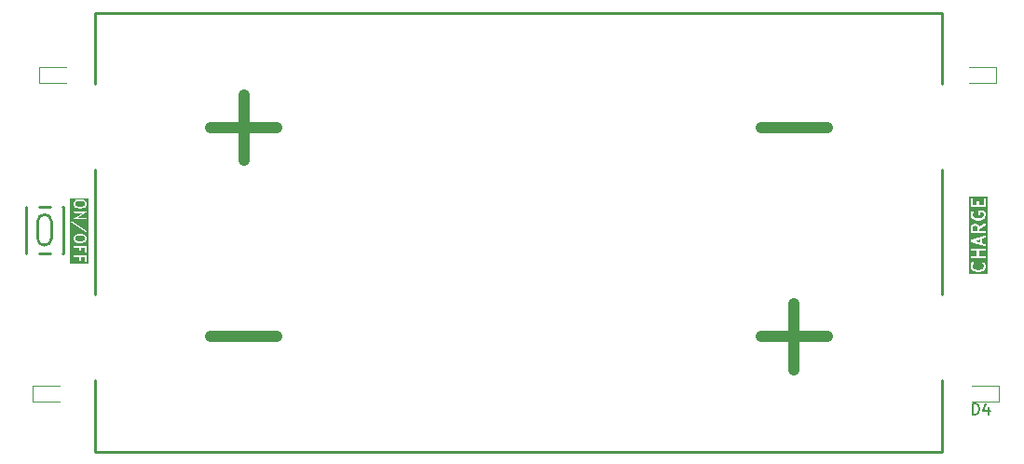
<source format=gbr>
%TF.GenerationSoftware,KiCad,Pcbnew,8.0.2*%
%TF.CreationDate,2024-05-19T19:20:35+08:00*%
%TF.ProjectId,bat_rf,6261745f-7266-42e6-9b69-6361645f7063,rev?*%
%TF.SameCoordinates,Original*%
%TF.FileFunction,Legend,Top*%
%TF.FilePolarity,Positive*%
%FSLAX46Y46*%
G04 Gerber Fmt 4.6, Leading zero omitted, Abs format (unit mm)*
G04 Created by KiCad (PCBNEW 8.0.2) date 2024-05-19 19:20:35*
%MOMM*%
%LPD*%
G01*
G04 APERTURE LIST*
%ADD10C,0.200000*%
%ADD11C,0.150000*%
%ADD12C,0.254000*%
%ADD13C,1.000000*%
%ADD14C,0.120000*%
G04 APERTURE END LIST*
D10*
G36*
X151401295Y-90245221D02*
G01*
X150955978Y-90097521D01*
X151400331Y-89948665D01*
X151401295Y-90245221D01*
G37*
G36*
X151095315Y-88747792D02*
G01*
X151130696Y-88781844D01*
X151171397Y-88860659D01*
X151171998Y-89009698D01*
X151171337Y-89013447D01*
X151172026Y-89016557D01*
X151172757Y-89198048D01*
X150742345Y-89198726D01*
X150741006Y-88866338D01*
X150779255Y-88787277D01*
X150813308Y-88751895D01*
X150892370Y-88711067D01*
X151016816Y-88709815D01*
X151095315Y-88747792D01*
G37*
G36*
X152076075Y-93073183D02*
G01*
X150409409Y-93073183D01*
X150409409Y-92325564D01*
X150542742Y-92325564D01*
X150544388Y-92440235D01*
X150543527Y-92452357D01*
X150544632Y-92457217D01*
X150544663Y-92459359D01*
X150545674Y-92461801D01*
X150547874Y-92471473D01*
X150601806Y-92628243D01*
X150601807Y-92630789D01*
X150606976Y-92643269D01*
X150613008Y-92660802D01*
X150615362Y-92663517D01*
X150616738Y-92666837D01*
X150629175Y-92681990D01*
X150744315Y-92794712D01*
X150752859Y-92804564D01*
X150757113Y-92807241D01*
X150758614Y-92808711D01*
X150761051Y-92809720D01*
X150769450Y-92815007D01*
X150878523Y-92867776D01*
X150885743Y-92873126D01*
X150900413Y-92878367D01*
X150902044Y-92879156D01*
X150902764Y-92879207D01*
X150904203Y-92879721D01*
X151127403Y-92933738D01*
X151137519Y-92937929D01*
X151149654Y-92939123D01*
X151152167Y-92939732D01*
X151153625Y-92939514D01*
X151157028Y-92939850D01*
X151322896Y-92938181D01*
X151333318Y-92939732D01*
X151345330Y-92937955D01*
X151347966Y-92937929D01*
X151349329Y-92937364D01*
X151352711Y-92936864D01*
X151573685Y-92879849D01*
X151583441Y-92879156D01*
X151598071Y-92873557D01*
X151599743Y-92873126D01*
X151600324Y-92872695D01*
X151601749Y-92872150D01*
X151715364Y-92813477D01*
X151726871Y-92808712D01*
X151730735Y-92805540D01*
X151732626Y-92804564D01*
X151734357Y-92802567D01*
X151742024Y-92796275D01*
X151844729Y-92691369D01*
X151846912Y-92690278D01*
X151855563Y-92680302D01*
X151868747Y-92666837D01*
X151870122Y-92663517D01*
X151872477Y-92660802D01*
X151880468Y-92642901D01*
X151935735Y-92471635D01*
X151940821Y-92459359D01*
X151941314Y-92454348D01*
X151941957Y-92452357D01*
X151941769Y-92449723D01*
X151942742Y-92439850D01*
X151941095Y-92325178D01*
X151941957Y-92313057D01*
X151940851Y-92308195D01*
X151940821Y-92306055D01*
X151939810Y-92303614D01*
X151937611Y-92293942D01*
X151883678Y-92137171D01*
X151883678Y-92134627D01*
X151878510Y-92122149D01*
X151872477Y-92104613D01*
X151870121Y-92101897D01*
X151868747Y-92098578D01*
X151856310Y-92083425D01*
X151784014Y-92013846D01*
X151747966Y-91998914D01*
X151708948Y-91998914D01*
X151672900Y-92013846D01*
X151645310Y-92041436D01*
X151630378Y-92077484D01*
X151630378Y-92116502D01*
X151645310Y-92152550D01*
X151657746Y-92167704D01*
X151697773Y-92206227D01*
X151742912Y-92337436D01*
X151744096Y-92419931D01*
X151700387Y-92555381D01*
X151615971Y-92641606D01*
X151528426Y-92686814D01*
X151322650Y-92739908D01*
X151175310Y-92741390D01*
X150969903Y-92691679D01*
X150876183Y-92646337D01*
X150787989Y-92559994D01*
X150742571Y-92427976D01*
X150741387Y-92345482D01*
X150785221Y-92209650D01*
X150840175Y-92152551D01*
X150855106Y-92116502D01*
X150855106Y-92077484D01*
X150840175Y-92041436D01*
X150812585Y-92013846D01*
X150776537Y-91998915D01*
X150737519Y-91998915D01*
X150701470Y-92013846D01*
X150686317Y-92026283D01*
X150639971Y-92074438D01*
X150638574Y-92075137D01*
X150631959Y-92082763D01*
X150616738Y-92098579D01*
X150615363Y-92101897D01*
X150613008Y-92104613D01*
X150605017Y-92122513D01*
X150549747Y-92293780D01*
X150544663Y-92306055D01*
X150544169Y-92311064D01*
X150543527Y-92313056D01*
X150543714Y-92315690D01*
X150542742Y-92325564D01*
X150409409Y-92325564D01*
X150409409Y-90877484D01*
X150544663Y-90877484D01*
X150544663Y-90916502D01*
X150559595Y-90952550D01*
X150587185Y-90980140D01*
X150623233Y-90995072D01*
X150642742Y-90996993D01*
X151114441Y-90996249D01*
X151115769Y-91483852D01*
X150623233Y-91484628D01*
X150587185Y-91499560D01*
X150559595Y-91527150D01*
X150544663Y-91563198D01*
X150544663Y-91602216D01*
X150559595Y-91638264D01*
X150587185Y-91665854D01*
X150623233Y-91680786D01*
X150642742Y-91682707D01*
X151862251Y-91680786D01*
X151898299Y-91665854D01*
X151925889Y-91638264D01*
X151940821Y-91602216D01*
X151940821Y-91563198D01*
X151925889Y-91527150D01*
X151898299Y-91499560D01*
X151862251Y-91484628D01*
X151842742Y-91482707D01*
X151313900Y-91483540D01*
X151312572Y-90995937D01*
X151862251Y-90995072D01*
X151898299Y-90980140D01*
X151925889Y-90952550D01*
X151940821Y-90916502D01*
X151940821Y-90877484D01*
X151925889Y-90841436D01*
X151898299Y-90813846D01*
X151862251Y-90798914D01*
X151842742Y-90796993D01*
X150623233Y-90798914D01*
X150587185Y-90813846D01*
X150559595Y-90841436D01*
X150544663Y-90877484D01*
X150409409Y-90877484D01*
X150409409Y-90084486D01*
X150543527Y-90084486D01*
X150544415Y-90096993D01*
X150543527Y-90109500D01*
X150545786Y-90116278D01*
X150546293Y-90123406D01*
X150551899Y-90134618D01*
X150555865Y-90146516D01*
X150560548Y-90151915D01*
X150563743Y-90158305D01*
X150573214Y-90166520D01*
X150581430Y-90175992D01*
X150587819Y-90179186D01*
X150593219Y-90183870D01*
X150611119Y-90191861D01*
X151472910Y-90477693D01*
X151480376Y-90480786D01*
X151482234Y-90480786D01*
X151830234Y-90596208D01*
X151869155Y-90593442D01*
X151904053Y-90575992D01*
X151929619Y-90546516D01*
X151941957Y-90509500D01*
X151939191Y-90470580D01*
X151921741Y-90435681D01*
X151892265Y-90410116D01*
X151874365Y-90402125D01*
X151599651Y-90311010D01*
X151598258Y-89882360D01*
X151892265Y-89783870D01*
X151921741Y-89758305D01*
X151939191Y-89723406D01*
X151941957Y-89684486D01*
X151929619Y-89647470D01*
X151904053Y-89617994D01*
X151869155Y-89600544D01*
X151830234Y-89597778D01*
X151811119Y-89602125D01*
X150623263Y-90000051D01*
X150616329Y-90000544D01*
X150605237Y-90006089D01*
X150593219Y-90010116D01*
X150587819Y-90014799D01*
X150581430Y-90017994D01*
X150573214Y-90027465D01*
X150563743Y-90035681D01*
X150560548Y-90042070D01*
X150555865Y-90047470D01*
X150551899Y-90059367D01*
X150546293Y-90070580D01*
X150545786Y-90077707D01*
X150543527Y-90084486D01*
X150409409Y-90084486D01*
X150409409Y-88839850D01*
X150542742Y-88839850D01*
X150544663Y-89316502D01*
X150559595Y-89352550D01*
X150587185Y-89380140D01*
X150623233Y-89395072D01*
X150642742Y-89396993D01*
X151862251Y-89395072D01*
X151898299Y-89380140D01*
X151925889Y-89352550D01*
X151940821Y-89316502D01*
X151940821Y-89277484D01*
X151925889Y-89241436D01*
X151898299Y-89213846D01*
X151862251Y-89198914D01*
X151842742Y-89196993D01*
X151370913Y-89197736D01*
X151370374Y-89063835D01*
X151914969Y-88680441D01*
X151935938Y-88647536D01*
X151942719Y-88609111D01*
X151934279Y-88571017D01*
X151911904Y-88539052D01*
X151878999Y-88518083D01*
X151840574Y-88511302D01*
X151802480Y-88519742D01*
X151785396Y-88529356D01*
X151369400Y-88822216D01*
X151369393Y-88820341D01*
X151368017Y-88817020D01*
X151367763Y-88813437D01*
X151360757Y-88795129D01*
X151302080Y-88681506D01*
X151297318Y-88670007D01*
X151294147Y-88666144D01*
X151293171Y-88664253D01*
X151291173Y-88662520D01*
X151284881Y-88654854D01*
X151225639Y-88597839D01*
X151218340Y-88589422D01*
X151214159Y-88586790D01*
X151212585Y-88585275D01*
X151210148Y-88584265D01*
X151201750Y-88578979D01*
X151099844Y-88529677D01*
X151098299Y-88528132D01*
X151086832Y-88523382D01*
X151069155Y-88514830D01*
X151065571Y-88514575D01*
X151062251Y-88513200D01*
X151042742Y-88511279D01*
X150886191Y-88512854D01*
X150883822Y-88512064D01*
X150870481Y-88513012D01*
X150851805Y-88513200D01*
X150848484Y-88514575D01*
X150844901Y-88514830D01*
X150826593Y-88521836D01*
X150712970Y-88580511D01*
X150701470Y-88585275D01*
X150697607Y-88588445D01*
X150695716Y-88589422D01*
X150693983Y-88591419D01*
X150686317Y-88597712D01*
X150629303Y-88656951D01*
X150620885Y-88664253D01*
X150618254Y-88668432D01*
X150616738Y-88670008D01*
X150615727Y-88672446D01*
X150610443Y-88680843D01*
X150561141Y-88782746D01*
X150559595Y-88784293D01*
X150554843Y-88795762D01*
X150546293Y-88813437D01*
X150546038Y-88817020D01*
X150544663Y-88820341D01*
X150542742Y-88839850D01*
X150409409Y-88839850D01*
X150409409Y-87582708D01*
X150542742Y-87582708D01*
X150544460Y-87753509D01*
X150543527Y-87766643D01*
X150544641Y-87771545D01*
X150544663Y-87773645D01*
X150545674Y-87776087D01*
X150547874Y-87785759D01*
X150601806Y-87942529D01*
X150601807Y-87945075D01*
X150606976Y-87957555D01*
X150613008Y-87975088D01*
X150615362Y-87977803D01*
X150616738Y-87981123D01*
X150629175Y-87996276D01*
X150744315Y-88108998D01*
X150752859Y-88118850D01*
X150757113Y-88121527D01*
X150758614Y-88122997D01*
X150761051Y-88124006D01*
X150769450Y-88129293D01*
X150878523Y-88182062D01*
X150885743Y-88187412D01*
X150900413Y-88192653D01*
X150902044Y-88193442D01*
X150902764Y-88193493D01*
X150904203Y-88194007D01*
X151127403Y-88248024D01*
X151137519Y-88252215D01*
X151149654Y-88253409D01*
X151152167Y-88254018D01*
X151153625Y-88253800D01*
X151157028Y-88254136D01*
X151322896Y-88252467D01*
X151333318Y-88254018D01*
X151345330Y-88252241D01*
X151347966Y-88252215D01*
X151349329Y-88251650D01*
X151352711Y-88251150D01*
X151573685Y-88194135D01*
X151583441Y-88193442D01*
X151598071Y-88187843D01*
X151599743Y-88187412D01*
X151600324Y-88186981D01*
X151601749Y-88186436D01*
X151715364Y-88127763D01*
X151726871Y-88122998D01*
X151730735Y-88119826D01*
X151732626Y-88118850D01*
X151734357Y-88116853D01*
X151742024Y-88110561D01*
X151844729Y-88005655D01*
X151846912Y-88004564D01*
X151855563Y-87994588D01*
X151868747Y-87981123D01*
X151870122Y-87977803D01*
X151872477Y-87975088D01*
X151880468Y-87957187D01*
X151935735Y-87785921D01*
X151940821Y-87773645D01*
X151941314Y-87768634D01*
X151941957Y-87766643D01*
X151941769Y-87764009D01*
X151942742Y-87754136D01*
X151941095Y-87639464D01*
X151941957Y-87627343D01*
X151940851Y-87622481D01*
X151940821Y-87620341D01*
X151939810Y-87617900D01*
X151937611Y-87608228D01*
X151883678Y-87451457D01*
X151883678Y-87448913D01*
X151878510Y-87436435D01*
X151872477Y-87418899D01*
X151870121Y-87416183D01*
X151868747Y-87412864D01*
X151856310Y-87397711D01*
X151784014Y-87328132D01*
X151747966Y-87313200D01*
X151728457Y-87311279D01*
X151308948Y-87313200D01*
X151272900Y-87328132D01*
X151245310Y-87355722D01*
X151230378Y-87391770D01*
X151228457Y-87411279D01*
X151230378Y-87659359D01*
X151245310Y-87695407D01*
X151272900Y-87722997D01*
X151308948Y-87737929D01*
X151347966Y-87737929D01*
X151384014Y-87722997D01*
X151411604Y-87695407D01*
X151426536Y-87659359D01*
X151428457Y-87639850D01*
X151427457Y-87510825D01*
X151686475Y-87509639D01*
X151697773Y-87520513D01*
X151742912Y-87651722D01*
X151744096Y-87734217D01*
X151700387Y-87869667D01*
X151615971Y-87955892D01*
X151528426Y-88001100D01*
X151322650Y-88054194D01*
X151175310Y-88055676D01*
X150969903Y-88005965D01*
X150876183Y-87960623D01*
X150787989Y-87874280D01*
X150742624Y-87742415D01*
X150741278Y-87608633D01*
X150796334Y-87494835D01*
X150799100Y-87455914D01*
X150786761Y-87418899D01*
X150761197Y-87389422D01*
X150726298Y-87371972D01*
X150687378Y-87369207D01*
X150650362Y-87381546D01*
X150620885Y-87407110D01*
X150610442Y-87423700D01*
X150561140Y-87525605D01*
X150559595Y-87527151D01*
X150554845Y-87538617D01*
X150546293Y-87556295D01*
X150546038Y-87559878D01*
X150544663Y-87563199D01*
X150542742Y-87582708D01*
X150409409Y-87582708D01*
X150409409Y-86325565D01*
X150542742Y-86325565D01*
X150544663Y-86916502D01*
X150559595Y-86952550D01*
X150587185Y-86980140D01*
X150623233Y-86995072D01*
X150642742Y-86996993D01*
X151862251Y-86995072D01*
X151898299Y-86980140D01*
X151925889Y-86952550D01*
X151940821Y-86916502D01*
X151942742Y-86896993D01*
X151940821Y-86306056D01*
X151925889Y-86270008D01*
X151898299Y-86242418D01*
X151862251Y-86227486D01*
X151823233Y-86227486D01*
X151787185Y-86242418D01*
X151759595Y-86270008D01*
X151744663Y-86306056D01*
X151742742Y-86325565D01*
X151744275Y-86797148D01*
X151313716Y-86797826D01*
X151312250Y-86477484D01*
X151297318Y-86441436D01*
X151269728Y-86413846D01*
X151233680Y-86398914D01*
X151194662Y-86398914D01*
X151158614Y-86413846D01*
X151131024Y-86441436D01*
X151116092Y-86477484D01*
X151114171Y-86496993D01*
X151115549Y-86798138D01*
X150742422Y-86798726D01*
X150740821Y-86306056D01*
X150725889Y-86270008D01*
X150698299Y-86242418D01*
X150662251Y-86227486D01*
X150623233Y-86227486D01*
X150587185Y-86242418D01*
X150559595Y-86270008D01*
X150544663Y-86306056D01*
X150542742Y-86325565D01*
X150409409Y-86325565D01*
X150409409Y-86094153D01*
X152076075Y-86094153D01*
X152076075Y-93073183D01*
G37*
D11*
G36*
X69947687Y-89645810D02*
G01*
X70019528Y-89716278D01*
X70055289Y-89785723D01*
X70056379Y-89940892D01*
X70023228Y-90009215D01*
X69950847Y-90083007D01*
X69792675Y-90123700D01*
X69477921Y-90125003D01*
X69312673Y-90084889D01*
X69240833Y-90014422D01*
X69205070Y-89944976D01*
X69203980Y-89789808D01*
X69237132Y-89721484D01*
X69309514Y-89647692D01*
X69467685Y-89606999D01*
X69782439Y-89605696D01*
X69947687Y-89645810D01*
G37*
G36*
X69947687Y-86502953D02*
G01*
X70019528Y-86573421D01*
X70055289Y-86642866D01*
X70056379Y-86798035D01*
X70023228Y-86866358D01*
X69950847Y-86940150D01*
X69792675Y-86980843D01*
X69477921Y-86982146D01*
X69312673Y-86942032D01*
X69240833Y-86871565D01*
X69205070Y-86802119D01*
X69203980Y-86646951D01*
X69237132Y-86578627D01*
X69309514Y-86504835D01*
X69467685Y-86464142D01*
X69782439Y-86462839D01*
X69947687Y-86502953D01*
G37*
G36*
X70363911Y-92145258D02*
G01*
X68705974Y-92145258D01*
X68705974Y-91469766D01*
X69056621Y-91469766D01*
X69056621Y-91499030D01*
X69067820Y-91526066D01*
X69088512Y-91546758D01*
X69115548Y-91557957D01*
X69130180Y-91559398D01*
X69579297Y-91558760D01*
X69580431Y-91832363D01*
X69591630Y-91859399D01*
X69612322Y-91880091D01*
X69639358Y-91891290D01*
X69668622Y-91891290D01*
X69695658Y-91880091D01*
X69716350Y-91859399D01*
X69727549Y-91832363D01*
X69728990Y-91817731D01*
X69727916Y-91558549D01*
X70055396Y-91558083D01*
X70056621Y-91975220D01*
X70067820Y-92002256D01*
X70088512Y-92022948D01*
X70115548Y-92034147D01*
X70144812Y-92034147D01*
X70171848Y-92022948D01*
X70192540Y-92002256D01*
X70203739Y-91975220D01*
X70205180Y-91960588D01*
X70203739Y-91469766D01*
X70192540Y-91442730D01*
X70171848Y-91422038D01*
X70144812Y-91410839D01*
X70130180Y-91409398D01*
X69115548Y-91410839D01*
X69088512Y-91422038D01*
X69067820Y-91442730D01*
X69056621Y-91469766D01*
X68705974Y-91469766D01*
X68705974Y-90612623D01*
X69056621Y-90612623D01*
X69056621Y-90641887D01*
X69067820Y-90668923D01*
X69088512Y-90689615D01*
X69115548Y-90700814D01*
X69130180Y-90702255D01*
X69579297Y-90701617D01*
X69580431Y-90975220D01*
X69591630Y-91002256D01*
X69612322Y-91022948D01*
X69639358Y-91034147D01*
X69668622Y-91034147D01*
X69695658Y-91022948D01*
X69716350Y-91002256D01*
X69727549Y-90975220D01*
X69728990Y-90960588D01*
X69727916Y-90701406D01*
X70055396Y-90700940D01*
X70056621Y-91118077D01*
X70067820Y-91145113D01*
X70088512Y-91165805D01*
X70115548Y-91177004D01*
X70144812Y-91177004D01*
X70171848Y-91165805D01*
X70192540Y-91145113D01*
X70203739Y-91118077D01*
X70205180Y-91103445D01*
X70203739Y-90612623D01*
X70192540Y-90585587D01*
X70171848Y-90564895D01*
X70144812Y-90553696D01*
X70130180Y-90552255D01*
X69115548Y-90553696D01*
X69088512Y-90564895D01*
X69067820Y-90585587D01*
X69056621Y-90612623D01*
X68705974Y-90612623D01*
X68705974Y-89770112D01*
X69055180Y-89770112D01*
X69056438Y-89949200D01*
X69055769Y-89951208D01*
X69056527Y-89961880D01*
X69056621Y-89975220D01*
X69057651Y-89977708D01*
X69057843Y-89980398D01*
X69063098Y-89994130D01*
X69111790Y-90088682D01*
X69115440Y-90097494D01*
X69117823Y-90100398D01*
X69118551Y-90101811D01*
X69120049Y-90103110D01*
X69124767Y-90108859D01*
X69215090Y-90197456D01*
X69217490Y-90201456D01*
X69224350Y-90206539D01*
X69231370Y-90213425D01*
X69236523Y-90215559D01*
X69241002Y-90218878D01*
X69254848Y-90223825D01*
X69441213Y-90269065D01*
X69448882Y-90272242D01*
X69457996Y-90273139D01*
X69459868Y-90273594D01*
X69460960Y-90273431D01*
X69463514Y-90273683D01*
X69791950Y-90272322D01*
X69800493Y-90273594D01*
X69809585Y-90272249D01*
X69811479Y-90272242D01*
X69812500Y-90271819D01*
X69815037Y-90271444D01*
X69997028Y-90224623D01*
X70001954Y-90224623D01*
X70010028Y-90221278D01*
X70019359Y-90218878D01*
X70023840Y-90215557D01*
X70028991Y-90213424D01*
X70040356Y-90204097D01*
X70134293Y-90108329D01*
X70141811Y-90101810D01*
X70143821Y-90098616D01*
X70144922Y-90097494D01*
X70145680Y-90095661D01*
X70149643Y-90089367D01*
X70191318Y-90003477D01*
X70192540Y-90002256D01*
X70196209Y-89993396D01*
X70202517Y-89980398D01*
X70202708Y-89977708D01*
X70203739Y-89975220D01*
X70205180Y-89960588D01*
X70203921Y-89781499D01*
X70204591Y-89779492D01*
X70203832Y-89768819D01*
X70203739Y-89755480D01*
X70202708Y-89752991D01*
X70202517Y-89750302D01*
X70197262Y-89736571D01*
X70148573Y-89642021D01*
X70144922Y-89633206D01*
X70142537Y-89630300D01*
X70141811Y-89628890D01*
X70140314Y-89627591D01*
X70135594Y-89621841D01*
X70045272Y-89533245D01*
X70042871Y-89529244D01*
X70036007Y-89524157D01*
X70028991Y-89517276D01*
X70023840Y-89515142D01*
X70019359Y-89511822D01*
X70005513Y-89506875D01*
X69819147Y-89461634D01*
X69811479Y-89458458D01*
X69802364Y-89457560D01*
X69800493Y-89457106D01*
X69799400Y-89457268D01*
X69796847Y-89457017D01*
X69468410Y-89458377D01*
X69459868Y-89457106D01*
X69450775Y-89458450D01*
X69448882Y-89458458D01*
X69447860Y-89458880D01*
X69445324Y-89459256D01*
X69263333Y-89506077D01*
X69258407Y-89506077D01*
X69250330Y-89509422D01*
X69241002Y-89511822D01*
X69236523Y-89515140D01*
X69231370Y-89517275D01*
X69220005Y-89526603D01*
X69126074Y-89622364D01*
X69118551Y-89628889D01*
X69116538Y-89632086D01*
X69115440Y-89633206D01*
X69114683Y-89635033D01*
X69110718Y-89641332D01*
X69069041Y-89727222D01*
X69067820Y-89728444D01*
X69064149Y-89737303D01*
X69057843Y-89750302D01*
X69057651Y-89752991D01*
X69056621Y-89755480D01*
X69055180Y-89770112D01*
X68705974Y-89770112D01*
X68705974Y-88389239D01*
X68817085Y-88389239D01*
X68822824Y-88417933D01*
X68839107Y-88442248D01*
X68850483Y-88451564D01*
X70149171Y-89315623D01*
X70177879Y-89321302D01*
X70206573Y-89315563D01*
X70230888Y-89299280D01*
X70247121Y-89274930D01*
X70252800Y-89246223D01*
X70247061Y-89217528D01*
X70230777Y-89193213D01*
X70219402Y-89183898D01*
X68920714Y-88319839D01*
X68892006Y-88314160D01*
X68863312Y-88319899D01*
X68838997Y-88336182D01*
X68822764Y-88360531D01*
X68817085Y-88389239D01*
X68705974Y-88389239D01*
X68705974Y-88050587D01*
X69055363Y-88050587D01*
X69056621Y-88060483D01*
X69056621Y-88070458D01*
X69058450Y-88074873D01*
X69059053Y-88079617D01*
X69064003Y-88088281D01*
X69067820Y-88097494D01*
X69071198Y-88100872D01*
X69073572Y-88105026D01*
X69081461Y-88111135D01*
X69088512Y-88118186D01*
X69092928Y-88120015D01*
X69096709Y-88122943D01*
X69106332Y-88125567D01*
X69115548Y-88129385D01*
X69123030Y-88130121D01*
X69124941Y-88130643D01*
X69126416Y-88130455D01*
X69130180Y-88130826D01*
X70144812Y-88129385D01*
X70171848Y-88118186D01*
X70192540Y-88097494D01*
X70203739Y-88070458D01*
X70203739Y-88041194D01*
X70192540Y-88014158D01*
X70171848Y-87993466D01*
X70144812Y-87982267D01*
X70130180Y-87980826D01*
X69410110Y-87981848D01*
X70162809Y-87550501D01*
X70171848Y-87546758D01*
X70175210Y-87543395D01*
X70179380Y-87541006D01*
X70185488Y-87533117D01*
X70192540Y-87526066D01*
X70194370Y-87521647D01*
X70197297Y-87517868D01*
X70199921Y-87508246D01*
X70203739Y-87499030D01*
X70203739Y-87494249D01*
X70204997Y-87489637D01*
X70203739Y-87479740D01*
X70203739Y-87469766D01*
X70201909Y-87465350D01*
X70201307Y-87460607D01*
X70196356Y-87451942D01*
X70192540Y-87442730D01*
X70189161Y-87439351D01*
X70186788Y-87435198D01*
X70178898Y-87429088D01*
X70171848Y-87422038D01*
X70167431Y-87420208D01*
X70163651Y-87417281D01*
X70154027Y-87414656D01*
X70144812Y-87410839D01*
X70137329Y-87410102D01*
X70135419Y-87409581D01*
X70133943Y-87409768D01*
X70130180Y-87409398D01*
X69115548Y-87410839D01*
X69088512Y-87422038D01*
X69067820Y-87442730D01*
X69056621Y-87469766D01*
X69056621Y-87499030D01*
X69067820Y-87526066D01*
X69088512Y-87546758D01*
X69115548Y-87557957D01*
X69130180Y-87559398D01*
X69850249Y-87558375D01*
X69097550Y-87989722D01*
X69088512Y-87993466D01*
X69085149Y-87996828D01*
X69080980Y-87999218D01*
X69074870Y-88007107D01*
X69067820Y-88014158D01*
X69065990Y-88018574D01*
X69063063Y-88022355D01*
X69060438Y-88031978D01*
X69056621Y-88041194D01*
X69056621Y-88045974D01*
X69055363Y-88050587D01*
X68705974Y-88050587D01*
X68705974Y-86627255D01*
X69055180Y-86627255D01*
X69056438Y-86806343D01*
X69055769Y-86808351D01*
X69056527Y-86819023D01*
X69056621Y-86832363D01*
X69057651Y-86834851D01*
X69057843Y-86837541D01*
X69063098Y-86851273D01*
X69111790Y-86945825D01*
X69115440Y-86954637D01*
X69117823Y-86957541D01*
X69118551Y-86958954D01*
X69120049Y-86960253D01*
X69124767Y-86966002D01*
X69215090Y-87054599D01*
X69217490Y-87058599D01*
X69224350Y-87063682D01*
X69231370Y-87070568D01*
X69236523Y-87072702D01*
X69241002Y-87076021D01*
X69254848Y-87080968D01*
X69441213Y-87126208D01*
X69448882Y-87129385D01*
X69457996Y-87130282D01*
X69459868Y-87130737D01*
X69460960Y-87130574D01*
X69463514Y-87130826D01*
X69791950Y-87129465D01*
X69800493Y-87130737D01*
X69809585Y-87129392D01*
X69811479Y-87129385D01*
X69812500Y-87128962D01*
X69815037Y-87128587D01*
X69997028Y-87081766D01*
X70001954Y-87081766D01*
X70010028Y-87078421D01*
X70019359Y-87076021D01*
X70023840Y-87072700D01*
X70028991Y-87070567D01*
X70040356Y-87061240D01*
X70134293Y-86965472D01*
X70141811Y-86958953D01*
X70143821Y-86955759D01*
X70144922Y-86954637D01*
X70145680Y-86952804D01*
X70149643Y-86946510D01*
X70191318Y-86860620D01*
X70192540Y-86859399D01*
X70196209Y-86850539D01*
X70202517Y-86837541D01*
X70202708Y-86834851D01*
X70203739Y-86832363D01*
X70205180Y-86817731D01*
X70203921Y-86638642D01*
X70204591Y-86636635D01*
X70203832Y-86625962D01*
X70203739Y-86612623D01*
X70202708Y-86610134D01*
X70202517Y-86607445D01*
X70197262Y-86593714D01*
X70148573Y-86499164D01*
X70144922Y-86490349D01*
X70142537Y-86487443D01*
X70141811Y-86486033D01*
X70140314Y-86484734D01*
X70135594Y-86478984D01*
X70045272Y-86390388D01*
X70042871Y-86386387D01*
X70036007Y-86381300D01*
X70028991Y-86374419D01*
X70023840Y-86372285D01*
X70019359Y-86368965D01*
X70005513Y-86364018D01*
X69819147Y-86318777D01*
X69811479Y-86315601D01*
X69802364Y-86314703D01*
X69800493Y-86314249D01*
X69799400Y-86314411D01*
X69796847Y-86314160D01*
X69468410Y-86315520D01*
X69459868Y-86314249D01*
X69450775Y-86315593D01*
X69448882Y-86315601D01*
X69447860Y-86316023D01*
X69445324Y-86316399D01*
X69263333Y-86363220D01*
X69258407Y-86363220D01*
X69250330Y-86366565D01*
X69241002Y-86368965D01*
X69236523Y-86372283D01*
X69231370Y-86374418D01*
X69220005Y-86383746D01*
X69126074Y-86479507D01*
X69118551Y-86486032D01*
X69116538Y-86489229D01*
X69115440Y-86490349D01*
X69114683Y-86492176D01*
X69110718Y-86498475D01*
X69069041Y-86584365D01*
X69067820Y-86585587D01*
X69064149Y-86594446D01*
X69057843Y-86607445D01*
X69057651Y-86610134D01*
X69056621Y-86612623D01*
X69055180Y-86627255D01*
X68705974Y-86627255D01*
X68705974Y-86203049D01*
X70363911Y-86203049D01*
X70363911Y-92145258D01*
G37*
X150761905Y-105884819D02*
X150761905Y-104884819D01*
X150761905Y-104884819D02*
X151000000Y-104884819D01*
X151000000Y-104884819D02*
X151142857Y-104932438D01*
X151142857Y-104932438D02*
X151238095Y-105027676D01*
X151238095Y-105027676D02*
X151285714Y-105122914D01*
X151285714Y-105122914D02*
X151333333Y-105313390D01*
X151333333Y-105313390D02*
X151333333Y-105456247D01*
X151333333Y-105456247D02*
X151285714Y-105646723D01*
X151285714Y-105646723D02*
X151238095Y-105741961D01*
X151238095Y-105741961D02*
X151142857Y-105837200D01*
X151142857Y-105837200D02*
X151000000Y-105884819D01*
X151000000Y-105884819D02*
X150761905Y-105884819D01*
X152190476Y-105218152D02*
X152190476Y-105884819D01*
X151952381Y-104837200D02*
X151714286Y-105551485D01*
X151714286Y-105551485D02*
X152333333Y-105551485D01*
D12*
%TO.C,BT1*%
X71019000Y-69361000D02*
X147981000Y-69361000D01*
X71019000Y-75844000D02*
X71019000Y-69361000D01*
X71019000Y-94944000D02*
X71019000Y-83656000D01*
X71019000Y-109239000D02*
X71019000Y-102756000D01*
D13*
X81500000Y-79800000D02*
X87500000Y-79800000D01*
X81500000Y-98800000D02*
X87500000Y-98800000D01*
X84500000Y-76800000D02*
X84500000Y-82800000D01*
X131500000Y-79800000D02*
X137500000Y-79800000D01*
X131500000Y-98800000D02*
X137500000Y-98800000D01*
X134500000Y-95800000D02*
X134500000Y-101800000D01*
D12*
X147981000Y-69361000D02*
X147981000Y-75844000D01*
X147981000Y-83656000D02*
X147981000Y-94944000D01*
X147981000Y-102756000D02*
X147981000Y-109239000D01*
X147981000Y-109239000D02*
X71019000Y-109239000D01*
D14*
%TO.C,D13*%
X65940000Y-74265000D02*
X65940000Y-75735000D01*
X65940000Y-75735000D02*
X68400000Y-75735000D01*
X68400000Y-74265000D02*
X65940000Y-74265000D01*
%TO.C,D4*%
X150700000Y-104735000D02*
X153160000Y-104735000D01*
X153160000Y-103265000D02*
X150700000Y-103265000D01*
X153160000Y-104735000D02*
X153160000Y-103265000D01*
D12*
%TO.C,SW2*%
X64700000Y-87000000D02*
X64700000Y-91200000D01*
X64769000Y-87000000D02*
X64700000Y-87000000D01*
X64769000Y-91200000D02*
X64700000Y-91200000D01*
X65765000Y-88338000D02*
X65765000Y-89862000D01*
X66919000Y-87000000D02*
X65881000Y-87000000D01*
X66919000Y-91200000D02*
X65881000Y-91200000D01*
X67035000Y-88338000D02*
X67035000Y-89862000D01*
X68100000Y-87000000D02*
X68031000Y-87000000D01*
X68100000Y-87000000D02*
X68100000Y-91200000D01*
X68100000Y-91200000D02*
X68031000Y-91200000D01*
X65764000Y-88337000D02*
G75*
G02*
X67036000Y-88337000I636000J0D01*
G01*
X67034000Y-89860932D02*
G75*
G02*
X65766000Y-89861000I-634000J3932D01*
G01*
D14*
%TO.C,D3*%
X65340000Y-103265000D02*
X65340000Y-104735000D01*
X65340000Y-104735000D02*
X67800000Y-104735000D01*
X67800000Y-103265000D02*
X65340000Y-103265000D01*
%TO.C,D2*%
X150400000Y-75735000D02*
X152860000Y-75735000D01*
X152860000Y-74265000D02*
X150400000Y-74265000D01*
X152860000Y-75735000D02*
X152860000Y-74265000D01*
%TD*%
M02*

</source>
